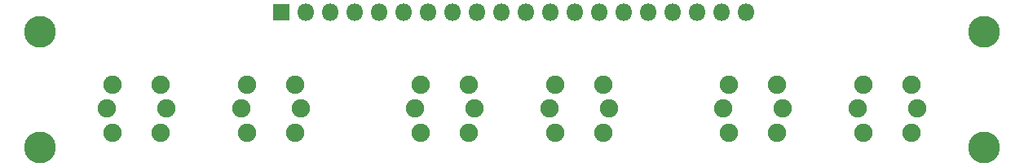
<source format=gbr>
G04 #@! TF.GenerationSoftware,KiCad,Pcbnew,(5.1.6)-1*
G04 #@! TF.CreationDate,2020-10-30T20:33:45+01:00*
G04 #@! TF.ProjectId,light-btn,6c696768-742d-4627-946e-2e6b69636164,rev?*
G04 #@! TF.SameCoordinates,Original*
G04 #@! TF.FileFunction,Soldermask,Bot*
G04 #@! TF.FilePolarity,Negative*
%FSLAX46Y46*%
G04 Gerber Fmt 4.6, Leading zero omitted, Abs format (unit mm)*
G04 Created by KiCad (PCBNEW (5.1.6)-1) date 2020-10-30 20:33:45*
%MOMM*%
%LPD*%
G01*
G04 APERTURE LIST*
%ADD10C,3.300000*%
%ADD11O,1.800000X1.800000*%
%ADD12R,1.800000X1.800000*%
%ADD13C,1.900000*%
G04 APERTURE END LIST*
D10*
X66000000Y-45000000D03*
X164000000Y-45000000D03*
X164000000Y-57000000D03*
X66000000Y-57000000D03*
D11*
X139260000Y-43000000D03*
X136720000Y-43000000D03*
X134180000Y-43000000D03*
X131640000Y-43000000D03*
X129100000Y-43000000D03*
X126560000Y-43000000D03*
X124020000Y-43000000D03*
X121480000Y-43000000D03*
X118940000Y-43000000D03*
X116400000Y-43000000D03*
X113860000Y-43000000D03*
X111320000Y-43000000D03*
X108780000Y-43000000D03*
X106240000Y-43000000D03*
X103700000Y-43000000D03*
X101160000Y-43000000D03*
X98620000Y-43000000D03*
X96080000Y-43000000D03*
X93540000Y-43000000D03*
D12*
X91000000Y-43000000D03*
D13*
X79100000Y-53000000D03*
X72900000Y-53000000D03*
X73500000Y-50500000D03*
X78500000Y-50500000D03*
X73500000Y-55500000D03*
X78500000Y-55500000D03*
X92500000Y-55500000D03*
X87500000Y-55500000D03*
X92500000Y-50500000D03*
X87500000Y-50500000D03*
X86900000Y-53000000D03*
X93100000Y-53000000D03*
X111100000Y-53000000D03*
X104900000Y-53000000D03*
X105500000Y-50500000D03*
X110500000Y-50500000D03*
X105500000Y-55500000D03*
X110500000Y-55500000D03*
X124500000Y-55500000D03*
X119500000Y-55500000D03*
X124500000Y-50500000D03*
X119500000Y-50500000D03*
X118900000Y-53000000D03*
X125100000Y-53000000D03*
X142500000Y-55500000D03*
X137500000Y-55500000D03*
X142500000Y-50500000D03*
X137500000Y-50500000D03*
X136900000Y-53000000D03*
X143100000Y-53000000D03*
X157100000Y-53000000D03*
X150900000Y-53000000D03*
X151500000Y-50500000D03*
X156500000Y-50500000D03*
X151500000Y-55500000D03*
X156500000Y-55500000D03*
M02*

</source>
